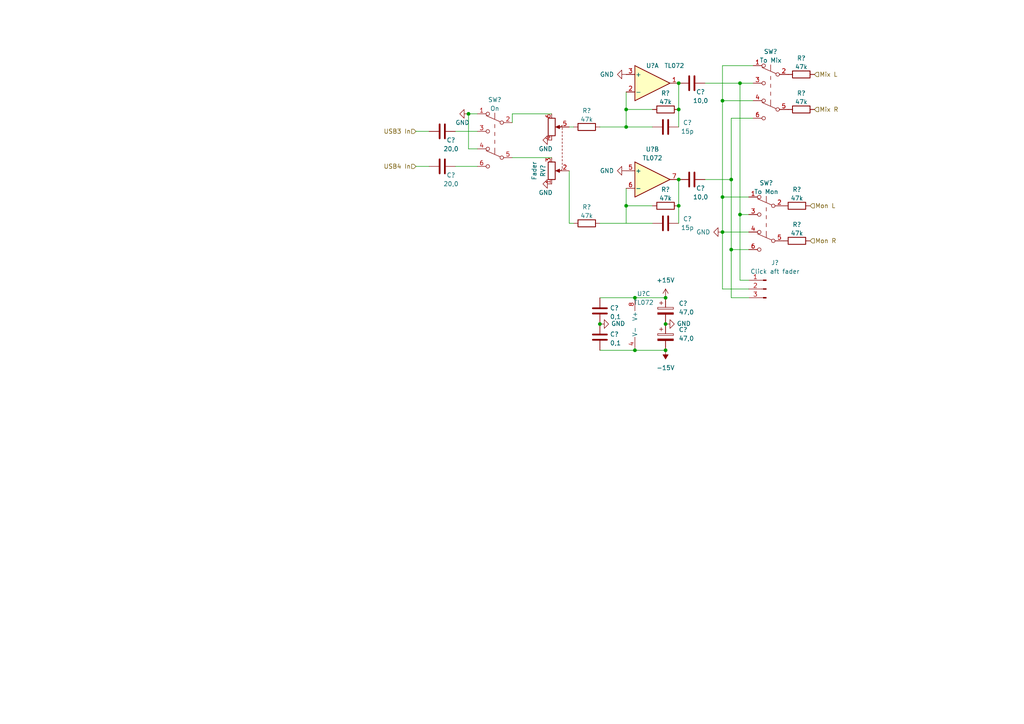
<source format=kicad_sch>
(kicad_sch (version 20211123) (generator eeschema)
  (paper "A4")
  (lib_symbols
    (symbol "Amplifier_Operational:TL072" (pin_names (offset 0.127))
      (property "Reference" "U" (at 0 5.08 0))
      (property "Value" "TL072" (at 0 -5.08 0))
      (symbol "TL072_1_1"
        (polyline (pts (xy -5.08 5.08) (xy 5.08 0) (xy -5.08 -5.08) (xy -5.08 5.08)) (stroke (width 0.254)) (fill (type background)))
        (pin output line (at 7.62 0 180) (length 2.54) (name "~") (number "1"))
        (pin input line (at -7.62 -2.54 0) (length 2.54) (name "-") (number "2"))
        (pin input line (at -7.62 2.54 0) (length 2.54) (name "+") (number "3"))
      )
      (symbol "TL072_2_1"
        (polyline (pts (xy -5.08 5.08) (xy 5.08 0) (xy -5.08 -5.08) (xy -5.08 5.08)) (stroke (width 0.254)) (fill (type background)))
        (pin input line (at -7.62 2.54 0) (length 2.54) (name "+") (number "5"))
        (pin input line (at -7.62 -2.54 0) (length 2.54) (name "-") (number "6"))
        (pin output line (at 7.62 0 180) (length 2.54) (name "~") (number "7"))
      )
      (symbol "TL072_3_1"
        (pin power_in line (at -2.54 -7.62 90) (length 3.81) (name "V-") (number "4"))
        (pin power_in line (at -2.54 7.62 270) (length 3.81) (name "V+") (number "8"))
      )
    )
    (symbol "Connector:Conn_01x03_Male" (pin_names (offset 1.016) hide)
      (property "Reference" "J" (at 0 5.08 0))
      (property "Value" "Conn_01x03_Male" (at 0 -5.08 0))
      (symbol "Conn_01x03_Male_1_1"
        (polyline (pts (xy 1.27 -2.54) (xy 0.8636 -2.54)) (stroke (width 0.1524)))
        (polyline (pts (xy 1.27 0) (xy 0.8636 0)) (stroke (width 0.1524)))
        (polyline (pts (xy 1.27 2.54) (xy 0.8636 2.54)) (stroke (width 0.1524)))
        (rectangle (start 0.8636 -2.413) (end 0 -2.667) (stroke (width 0.1524)) (fill (type outline)))
        (rectangle (start 0.8636 0.127) (end 0 -0.127) (stroke (width 0.1524)) (fill (type outline)))
        (rectangle (start 0.8636 2.667) (end 0 2.413) (stroke (width 0.1524)) (fill (type outline)))
        (pin passive line (at 5.08 2.54 180) (length 3.81) (name "Pin_1") (number "1"))
        (pin passive line (at 5.08 0 180) (length 3.81) (name "Pin_2") (number "2"))
        (pin passive line (at 5.08 -2.54 180) (length 3.81) (name "Pin_3") (number "3"))
      )
    )
    (symbol "Device:C" (pin_numbers hide) (pin_names (offset 0.254))
      (property "Reference" "C" (at 0.635 2.54 0))
      (property "Value" "C" (at 0.635 -2.54 0))
      (symbol "C_0_1"
        (polyline (pts (xy -2.032 -0.762) (xy 2.032 -0.762)) (stroke (width 0.508)))
        (polyline (pts (xy -2.032 0.762) (xy 2.032 0.762)) (stroke (width 0.508)))
      )
      (symbol "C_1_1"
        (pin passive line (at 0 3.81 270) (length 2.794) (name "~") (number "1"))
        (pin passive line (at 0 -3.81 90) (length 2.794) (name "~") (number "2"))
      )
    )
    (symbol "Device:C_Polarized" (pin_numbers hide) (pin_names (offset 0.254))
      (property "Reference" "C" (at 0.635 2.54 0))
      (property "Value" "C_Polarized" (at 0.635 -2.54 0))
      (symbol "C_Polarized_0_1"
        (rectangle (start -2.286 0.508) (end 2.286 1.016))
        (polyline (pts (xy -1.778 2.286) (xy -0.762 2.286)))
        (polyline (pts (xy -1.27 2.794) (xy -1.27 1.778)))
        (rectangle (start 2.286 -0.508) (end -2.286 -1.016) (fill (type outline)))
      )
      (symbol "C_Polarized_1_1"
        (pin passive line (at 0 3.81 270) (length 2.794) (name "~") (number "1"))
        (pin passive line (at 0 -3.81 90) (length 2.794) (name "~") (number "2"))
      )
    )
    (symbol "Device:R" (pin_numbers hide) (pin_names (offset 0))
      (property "Reference" "R" (at 2.032 0 90))
      (property "Value" "R" (at 0 0 90))
      (symbol "R_0_1"
        (rectangle (start -1.016 -2.54) (end 1.016 2.54) (stroke (width 0.254)))
      )
      (symbol "R_1_1"
        (pin passive line (at 0 3.81 270) (length 1.27) (name "~") (number "1"))
        (pin passive line (at 0 -3.81 90) (length 1.27) (name "~") (number "2"))
      )
    )
    (symbol "Device:R_Potentiometer_Dual" (pin_names (offset 1.016) hide)
      (property "Reference" "RV" (at 0 3.81 0))
      (property "Value" "R_Potentiometer_Dual" (at 0 1.905 0))
      (symbol "R_Potentiometer_Dual_0_1"
        (rectangle (start -8.89 -1.524) (end -3.81 -3.556) (stroke (width 0.254)))
        (polyline (pts (xy -6.35 0) (xy -6.35 -1.016)))
        (polyline (pts (xy -6.35 0) (xy -6.35 -1.016)))
        (polyline (pts (xy -6.35 0) (xy -5.842 0.508)))
        (polyline (pts (xy -5.588 0.508) (xy -5.08 0.508)))
        (polyline (pts (xy -4.572 0.508) (xy -4.064 0.508)))
        (polyline (pts (xy -3.556 0.508) (xy -3.048 0.508)))
        (polyline (pts (xy -2.54 0.508) (xy -2.032 0.508)))
        (polyline (pts (xy -1.524 0.508) (xy -1.016 0.508)))
        (polyline (pts (xy -0.508 0.508) (xy 0 0.508)))
        (polyline (pts (xy 0.508 0.508) (xy 1.016 0.508)))
        (polyline (pts (xy 1.524 0.508) (xy 2.032 0.508)))
        (polyline (pts (xy 2.54 0.508) (xy 3.048 0.508)))
        (polyline (pts (xy 3.556 0.508) (xy 4.064 0.508)))
        (polyline (pts (xy 4.572 0.508) (xy 5.08 0.508)))
        (polyline (pts (xy 5.588 0.508) (xy 6.096 0.508)))
        (polyline (pts (xy 6.35 0) (xy 6.35 -1.016)))
        (polyline (pts (xy 6.35 0) (xy 6.35 -1.016)))
        (polyline (pts (xy 6.604 0.508) (xy 6.858 0.508) (xy 6.35 0)))
        (polyline (pts (xy -6.35 -1.397) (xy -6.858 -0.254) (xy -5.842 -0.254) (xy -6.35 -1.397)) (fill (type outline)))
        (polyline (pts (xy 6.35 -1.397) (xy 5.842 -0.254) (xy 6.858 -0.254) (xy 6.35 -1.397)) (fill (type outline)))
        (rectangle (start 3.81 -1.524) (end 8.89 -3.556) (stroke (width 0.254)))
      )
      (symbol "R_Potentiometer_Dual_1_1"
        (pin passive line (at -10.16 -2.54 0) (length 1.27) (name "1") (number "1"))
        (pin passive line (at -6.35 2.54 270) (length 2.54) (name "2") (number "2"))
        (pin passive line (at -2.54 -2.54 180) (length 1.27) (name "3") (number "3"))
        (pin passive line (at 2.54 -2.54 0) (length 1.27) (name "4") (number "4"))
        (pin passive line (at 6.35 2.54 270) (length 2.54) (name "5") (number "5"))
        (pin passive line (at 10.16 -2.54 180) (length 1.27) (name "6") (number "6"))
      )
    )
    (symbol "Switch:SW_Push_DPDT" (pin_names (offset 0) hide)
      (property "Reference" "SW" (at 0 8.89 0))
      (property "Value" "SW_Push_DPDT" (at 0 -10.16 0))
      (symbol "SW_Push_DPDT_0_0"
        (circle (center -2.032 -5.08) (radius 0.508))
        (circle (center -2.032 5.08) (radius 0.508))
        (circle (center 2.032 -7.62) (radius 0.508))
        (circle (center 2.032 2.54) (radius 0.508))
      )
      (symbol "SW_Push_DPDT_0_1"
        (polyline (pts (xy -1.524 -4.826) (xy 2.54 -3.048)))
        (polyline (pts (xy -1.524 5.334) (xy 2.54 7.112)))
        (polyline (pts (xy 0 -2.286) (xy 0 -4.064)))
        (polyline (pts (xy 0 -1.016) (xy 0 0)))
        (polyline (pts (xy 0 1.27) (xy 0 2.286)))
        (polyline (pts (xy 0 3.556) (xy 0 4.572)))
        (polyline (pts (xy 0 7.874) (xy 0 6.096)))
        (circle (center 2.032 -2.54) (radius 0.508))
        (circle (center 2.032 7.62) (radius 0.508))
      )
      (symbol "SW_Push_DPDT_1_1"
        (pin passive line (at 5.08 7.62 180) (length 2.54) (name "A") (number "1"))
        (pin passive line (at -5.08 5.08 0) (length 2.54) (name "B") (number "2"))
        (pin passive line (at 5.08 2.54 180) (length 2.54) (name "C") (number "3"))
        (pin passive line (at 5.08 -2.54 180) (length 2.54) (name "A") (number "4"))
        (pin passive line (at -5.08 -5.08 0) (length 2.54) (name "B") (number "5"))
        (pin passive line (at 5.08 -7.62 180) (length 2.54) (name "C") (number "6"))
      )
    )
    (symbol "power:+15V" (power) (pin_names (offset 0))
      (property "Value" "+15V" (at 0 3.556 0))
      (symbol "+15V_0_1"
        (polyline (pts (xy -0.762 1.27) (xy 0 2.54)))
        (polyline (pts (xy 0 0) (xy 0 2.54)))
        (polyline (pts (xy 0 2.54) (xy 0.762 1.27)))
      )
      (symbol "+15V_1_1"
        (pin power_in line (at 0 0 90) (length 0) hide (name "+15V") (number "1"))
      )
    )
    (symbol "power:-15V" (power) (pin_names (offset 0))
      (property "Value" "-15V" (at 0 3.81 0))
      (symbol "-15V_0_0"
        (pin power_in line (at 0 0 90) (length 0) hide (name "-15V") (number "1"))
      )
      (symbol "-15V_0_1"
        (polyline (pts (xy 0 0) (xy 0 1.27) (xy 0.762 1.27) (xy 0 2.54) (xy -0.762 1.27) (xy 0 1.27)) (fill (type outline)))
      )
    )
    (symbol "power:GND" (power) (pin_names (offset 0))
      (property "Value" "GND" (at 0 -3.81 0))
      (symbol "GND_0_1"
        (polyline (pts (xy 0 0) (xy 0 -1.27) (xy 1.27 -1.27) (xy 0 -2.54) (xy -1.27 -1.27) (xy 0 -1.27)))
      )
      (symbol "GND_1_1"
        (pin power_in line (at 0 0 270) (length 0) hide (name "GND") (number "1"))
      )
    )
  )
  (junction (at 193.04 101.6))
  (junction (at 212.09 72.39))
  (junction (at 181.61 31.75))
  (junction (at 135.89 33.02))
  (junction (at 193.04 86.36))
  (junction (at 196.85 31.75))
  (junction (at 193.04 93.98))
  (junction (at 212.09 52.07))
  (junction (at 209.55 67.31))
  (junction (at 209.55 29.21))
  (junction (at 209.55 57.15))
  (junction (at 196.85 52.07))
  (junction (at 214.63 62.23))
  (junction (at 184.15 86.36))
  (junction (at 181.61 36.83))
  (junction (at 173.99 93.98))
  (junction (at 184.15 101.6))
  (junction (at 196.85 59.69))
  (junction (at 181.61 59.69))
  (junction (at 214.63 24.13))
  (junction (at 196.85 24.13))
  (wire (pts (xy 184.15 86.36) (xy 193.04 86.36)))
  (wire (pts (xy 181.61 64.77) (xy 181.61 59.69)))
  (wire (pts (xy 135.89 33.02) (xy 138.43 33.02)))
  (wire (pts (xy 165.1 36.83) (xy 166.37 36.83)))
  (wire (pts (xy 217.17 57.15) (xy 209.55 57.15)))
  (wire (pts (xy 196.85 59.69) (xy 196.85 64.77)))
  (wire (pts (xy 217.17 62.23) (xy 214.63 62.23)))
  (wire (pts (xy 181.61 36.83) (xy 181.61 31.75)))
  (wire (pts (xy 165.1 49.53) (xy 165.1 64.77)))
  (wire (pts (xy 217.17 81.28) (xy 214.63 81.28)))
  (wire (pts (xy 181.61 31.75) (xy 181.61 26.67)))
  (wire (pts (xy 217.17 72.39) (xy 212.09 72.39)))
  (wire (pts (xy 173.99 64.77) (xy 189.23 64.77)))
  (wire (pts (xy 132.08 38.1) (xy 138.43 38.1)))
  (wire (pts (xy 135.89 43.18) (xy 135.89 33.02)))
  (wire (pts (xy 184.15 101.6) (xy 193.04 101.6)))
  (wire (pts (xy 212.09 86.36) (xy 212.09 72.39)))
  (wire (pts (xy 124.46 38.1) (xy 120.65 38.1)))
  (wire (pts (xy 173.99 86.36) (xy 184.15 86.36)))
  (wire (pts (xy 189.23 31.75) (xy 181.61 31.75)))
  (wire (pts (xy 217.17 86.36) (xy 212.09 86.36)))
  (wire (pts (xy 189.23 59.69) (xy 181.61 59.69)))
  (wire (pts (xy 218.44 29.21) (xy 209.55 29.21)))
  (wire (pts (xy 209.55 83.82) (xy 209.55 67.31)))
  (wire (pts (xy 165.1 64.77) (xy 166.37 64.77)))
  (wire (pts (xy 212.09 72.39) (xy 212.09 52.07)))
  (wire (pts (xy 212.09 52.07) (xy 204.47 52.07)))
  (wire (pts (xy 209.55 29.21) (xy 209.55 57.15)))
  (wire (pts (xy 217.17 83.82) (xy 209.55 83.82)))
  (wire (pts (xy 212.09 34.29) (xy 212.09 52.07)))
  (wire (pts (xy 212.09 34.29) (xy 218.44 34.29)))
  (wire (pts (xy 132.08 48.26) (xy 138.43 48.26)))
  (wire (pts (xy 160.02 45.72) (xy 148.59 45.72)))
  (wire (pts (xy 173.99 101.6) (xy 184.15 101.6)))
  (wire (pts (xy 173.99 36.83) (xy 181.61 36.83)))
  (wire (pts (xy 138.43 43.18) (xy 135.89 43.18)))
  (wire (pts (xy 196.85 24.13) (xy 196.85 31.75)))
  (wire (pts (xy 209.55 19.05) (xy 209.55 29.21)))
  (wire (pts (xy 204.47 24.13) (xy 214.63 24.13)))
  (wire (pts (xy 214.63 62.23) (xy 214.63 24.13)))
  (wire (pts (xy 196.85 52.07) (xy 196.85 59.69)))
  (wire (pts (xy 181.61 59.69) (xy 181.61 54.61)))
  (wire (pts (xy 148.59 33.02) (xy 148.59 35.56)))
  (wire (pts (xy 196.85 31.75) (xy 196.85 36.83)))
  (wire (pts (xy 209.55 57.15) (xy 209.55 67.31)))
  (wire (pts (xy 209.55 67.31) (xy 217.17 67.31)))
  (wire (pts (xy 181.61 36.83) (xy 189.23 36.83)))
  (wire (pts (xy 160.02 33.02) (xy 148.59 33.02)))
  (wire (pts (xy 214.63 81.28) (xy 214.63 62.23)))
  (wire (pts (xy 120.65 48.26) (xy 124.46 48.26)))
  (wire (pts (xy 218.44 19.05) (xy 209.55 19.05)))
  (wire (pts (xy 214.63 24.13) (xy 218.44 24.13)))
  (hierarchical_label "Mon L" (shape input) (at 234.95 59.69 0))
  (hierarchical_label "Mon R" (shape input) (at 234.95 69.85 0))
  (hierarchical_label "Mix L" (shape input) (at 236.22 21.59 0))
  (hierarchical_label "USB3 In" (shape input) (at 120.65 38.1 180))
  (hierarchical_label "USB4 In" (shape input) (at 120.65 48.26 180))
  (hierarchical_label "Mix R" (shape input) (at 236.22 31.75 0))
  (symbol (lib_id "power:GND") (at 193.04 93.98 90) (unit 1)
    (property "Reference" "#PWR?" (effects hide))
    (property "Value" "GND" (at 196.2912 93.853 90) (effects (justify right)))
  )
  (symbol (lib_id "power:GND") (at 135.89 33.02 270) (unit 1)
    (property "Reference" "#PWR?" (effects hide))
    (property "Value" "GND" (at 132.08 35.56 90) (effects (justify left)))
  )
  (symbol (lib_id "Device:C") (at 128.27 48.26 90) (unit 1)
    (property "Reference" "C?" (at 130.81 50.8 90))
    (property "Value" "20,0" (at 130.81 53.34 90))
    (property "Footprint" "Capacitor_SMD:C_1206_3216Metric_Pad1.33x1.80mm_HandSolder" (effects hide))
  )
  (symbol (lib_id "Device:R") (at 231.14 59.69 90) (unit 1)
    (property "Reference" "R?" (at 231.14 54.9742 90))
    (property "Value" "47k" (at 231.14 57.5111 90))
    (property "Footprint" "Resistor_SMD:R_1206_3216Metric_Pad1.30x1.75mm_HandSolder" (effects hide))
  )
  (symbol (lib_id "Device:C") (at 193.04 64.77 90) (unit 1)
    (property "Reference" "C?" (at 199.39 63.5 90))
    (property "Value" "15p" (at 199.39 66.04 90))
    (property "Footprint" "Capacitor_THT:C_Disc_D5.0mm_W2.5mm_P2.50mm" (effects hide))
  )
  (symbol (lib_id "power:GND") (at 160.02 53.34 270) (unit 1)
    (property "Reference" "#PWR?" (effects hide))
    (property "Value" "GND" (at 156.21 55.88 90) (effects (justify left)))
  )
  (symbol (lib_id "Device:C") (at 173.99 97.79 180) (unit 1)
    (property "Reference" "C?" (at 176.911 96.9553 0) (effects (justify right)))
    (property "Value" "0,1" (at 176.911 99.4922 0) (effects (justify right)))
    (property "Footprint" "Capacitor_SMD:C_1206_3216Metric_Pad1.33x1.80mm_HandSolder" (effects hide))
  )
  (symbol (lib_id "power:GND") (at 209.55 67.31 270) (unit 1)
    (property "Reference" "#PWR?" (effects hide))
    (property "Value" "GND" (at 201.93 67.31 90) (effects (justify left)))
  )
  (symbol (lib_id "Device:R") (at 193.04 59.69 90) (unit 1)
    (property "Reference" "R?" (at 193.04 54.9742 90))
    (property "Value" "47k" (at 193.04 57.5111 90))
    (property "Footprint" "Resistor_SMD:R_1206_3216Metric_Pad1.30x1.75mm_HandSolder" (effects hide))
  )
  (symbol (lib_id "Amplifier_Operational:TL072") (at 186.69 93.98 0) (unit 3)
    (property "Reference" "U?" (at 186.69 85.2002 0))
    (property "Value" "TL072" (at 186.69 87.7371 0))
    (property "Footprint" "Package_DIP:DIP-8_W7.62mm_LongPads" (effects hide))
    (property "Datasheet" "http://www.ti.com/lit/ds/symlink/tl071.pdf" (effects hide))
  )
  (symbol (lib_id "Amplifier_Operational:TL072") (at 189.23 52.07 0) (unit 2)
    (property "Reference" "U?" (at 189.23 43.2902 0))
    (property "Value" "TL072" (at 189.23 45.8271 0))
    (property "Footprint" "Package_DIP:DIP-8_W7.62mm_LongPads" (effects hide))
    (property "Datasheet" "http://www.ti.com/lit/ds/symlink/tl071.pdf" (effects hide))
  )
  (symbol (lib_id "Connector:Conn_01x03_Male") (at 222.25 83.82 0) (mirror y) (unit 1)
    (property "Reference" "J?" (at 224.79 76.2 0))
    (property "Value" "Click aft fader" (at 224.79 78.74 0))
  )
  (symbol (lib_id "Device:R") (at 231.14 69.85 90) (unit 1)
    (property "Reference" "R?" (at 231.14 65.1342 90))
    (property "Value" "47k" (at 231.14 67.6711 90))
    (property "Footprint" "Resistor_SMD:R_1206_3216Metric_Pad1.30x1.75mm_HandSolder" (effects hide))
  )
  (symbol (lib_id "power:GND") (at 181.61 21.59 270) (unit 1)
    (property "Reference" "#PWR?" (effects hide))
    (property "Value" "GND" (at 173.99 21.59 90) (effects (justify left)))
  )
  (symbol (lib_id "Device:R") (at 232.41 31.75 90) (unit 1)
    (property "Reference" "R?" (at 232.41 27.0342 90))
    (property "Value" "47k" (at 232.41 29.5711 90))
    (property "Footprint" "Resistor_SMD:R_1206_3216Metric_Pad1.30x1.75mm_HandSolder" (effects hide))
  )
  (symbol (lib_id "Device:C") (at 200.66 52.07 90) (unit 1)
    (property "Reference" "C?" (at 203.2 54.61 90))
    (property "Value" "10,0" (at 203.2 57.15 90))
    (property "Footprint" "Capacitor_SMD:C_1206_3216Metric_Pad1.33x1.80mm_HandSolder" (effects hide))
  )
  (symbol (lib_id "Device:C") (at 200.66 24.13 90) (unit 1)
    (property "Reference" "C?" (at 203.2 26.67 90))
    (property "Value" "10,0" (at 203.2 29.21 90))
    (property "Footprint" "Capacitor_SMD:C_1206_3216Metric_Pad1.33x1.80mm_HandSolder" (effects hide))
  )
  (symbol (lib_id "Device:R") (at 170.18 36.83 90) (unit 1)
    (property "Reference" "R?" (at 170.18 32.1142 90))
    (property "Value" "47k" (at 170.18 34.6511 90))
    (property "Footprint" "Resistor_SMD:R_1206_3216Metric_Pad1.30x1.75mm_HandSolder" (effects hide))
  )
  (symbol (lib_id "Device:R") (at 170.18 64.77 90) (unit 1)
    (property "Reference" "R?" (at 170.18 60.0542 90))
    (property "Value" "47k" (at 170.18 62.5911 90))
    (property "Footprint" "Resistor_SMD:R_1206_3216Metric_Pad1.30x1.75mm_HandSolder" (effects hide))
  )
  (symbol (lib_id "Device:R") (at 232.41 21.59 90) (unit 1)
    (property "Reference" "R?" (at 232.41 16.8742 90))
    (property "Value" "47k" (at 232.41 19.4111 90))
    (property "Footprint" "Resistor_SMD:R_1206_3216Metric_Pad1.30x1.75mm_HandSolder" (effects hide))
  )
  (symbol (lib_id "Device:C_Polarized") (at 193.04 97.79 0) (unit 1)
    (property "Reference" "C?" (at 196.85 95.6309 0) (effects (justify left)))
    (property "Value" "47,0" (at 196.85 98.1709 0) (effects (justify left)))
    (property "Footprint" "Capacitor_THT:CP_Radial_D6.3mm_P2.50mm" (effects hide))
  )
  (symbol (lib_id "Switch:SW_Push_DPDT") (at 143.51 40.64 0) (mirror y) (unit 1)
    (property "Reference" "SW?" (at 143.51 28.9392 0))
    (property "Value" "On" (at 143.51 31.4761 0))
  )
  (symbol (lib_id "Device:R") (at 193.04 31.75 90) (unit 1)
    (property "Reference" "R?" (at 193.04 27.0342 90))
    (property "Value" "47k" (at 193.04 29.5711 90))
    (property "Footprint" "Resistor_SMD:R_1206_3216Metric_Pad1.30x1.75mm_HandSolder" (effects hide))
  )
  (symbol (lib_id "Device:C") (at 193.04 36.83 90) (unit 1)
    (property "Reference" "C?" (at 199.39 35.56 90))
    (property "Value" "15p" (at 199.39 38.1 90))
    (property "Footprint" "Capacitor_THT:C_Disc_D5.0mm_W2.5mm_P2.50mm" (effects hide))
  )
  (symbol (lib_id "Device:C_Polarized") (at 193.04 90.17 0) (unit 1)
    (property "Reference" "C?" (at 196.85 88.0109 0) (effects (justify left)))
    (property "Value" "47,0" (at 196.85 90.5509 0) (effects (justify left)))
    (property "Footprint" "Capacitor_THT:CP_Radial_D6.3mm_P2.50mm" (effects hide))
  )
  (symbol (lib_id "Amplifier_Operational:TL072") (at 189.23 24.13 0) (unit 1)
    (property "Reference" "U?" (at 189.23 19.05 0))
    (property "Value" "TL072" (at 195.58 19.05 0))
    (property "Footprint" "Package_DIP:DIP-8_W7.62mm_LongPads" (effects hide))
    (property "Datasheet" "http://www.ti.com/lit/ds/symlink/tl071.pdf" (effects hide))
  )
  (symbol (lib_id "power:+15V") (at 193.04 86.36 0) (unit 1)
    (property "Reference" "#PWR?" (effects hide))
    (property "Value" "+15V" (at 193.04 81.28 0))
  )
  (symbol (lib_id "power:-15V") (at 193.04 101.6 180) (unit 1)
    (property "Reference" "#PWR?" (effects hide))
    (property "Value" "-15V" (at 193.04 106.68 0))
  )
  (symbol (lib_id "Switch:SW_Push_DPDT") (at 222.25 64.77 0) (mirror y) (unit 1)
    (property "Reference" "SW?" (at 222.25 53.0692 0))
    (property "Value" "To Mon" (at 222.25 55.6061 0))
  )
  (symbol (lib_id "power:GND") (at 181.61 49.53 270) (unit 1)
    (property "Reference" "#PWR?" (effects hide))
    (property "Value" "GND" (at 173.99 49.53 90) (effects (justify left)))
  )
  (symbol (lib_id "power:GND") (at 160.02 40.64 270) (unit 1)
    (property "Reference" "#PWR?" (effects hide))
    (property "Value" "GND" (at 156.21 43.18 90) (effects (justify left)))
  )
  (symbol (lib_id "power:GND") (at 173.99 93.98 90) (unit 1)
    (property "Reference" "#PWR?" (effects hide))
    (property "Value" "GND" (at 177.2412 93.853 90) (effects (justify right)))
  )
  (symbol (lib_id "Switch:SW_Push_DPDT") (at 223.52 26.67 0) (mirror y) (unit 1)
    (property "Reference" "SW?" (at 223.52 14.9692 0))
    (property "Value" "To Mix" (at 223.52 17.5061 0))
  )
  (symbol (lib_id "Device:C") (at 173.99 90.17 180) (unit 1)
    (property "Reference" "C?" (at 176.911 89.3353 0) (effects (justify right)))
    (property "Value" "0,1" (at 176.911 91.8722 0) (effects (justify right)))
    (property "Footprint" "Capacitor_SMD:C_1206_3216Metric_Pad1.33x1.80mm_HandSolder" (effects hide))
  )
  (symbol (lib_id "Device:R_Potentiometer_Dual") (at 162.56 43.18 270) (mirror x) (unit 1)
    (property "Reference" "RV?" (at 157.48 49.53 0))
    (property "Value" "Fader" (at 154.94 49.53 0))
  )
  (symbol (lib_id "Device:C") (at 128.27 38.1 90) (unit 1)
    (property "Reference" "C?" (at 130.81 40.64 90))
    (property "Value" "20,0" (at 130.81 43.18 90))
    (property "Footprint" "Capacitor_SMD:C_1206_3216Metric_Pad1.33x1.80mm_HandSolder" (effects hide))
  )
)
</source>
